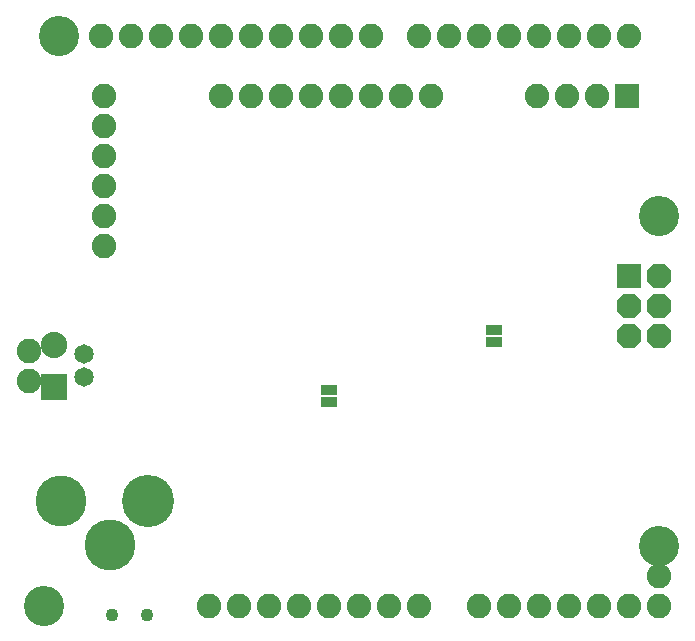
<source format=gbr>
G04 EAGLE Gerber RS-274X export*
G75*
%MOMM*%
%FSLAX34Y34*%
%LPD*%
%INSoldermask Bottom*%
%IPPOS*%
%AMOC8*
5,1,8,0,0,1.08239X$1,22.5*%
G01*
%ADD10R,2.082800X2.082800*%
%ADD11P,2.254402X8X292.500000*%
%ADD12C,2.082800*%
%ADD13C,3.403200*%
%ADD14R,1.473200X0.838200*%
%ADD15C,4.419200*%
%ADD16C,4.318000*%
%ADD17C,1.651000*%
%ADD18R,2.235200X2.235200*%
%ADD19C,2.235200*%
%ADD20C,1.103200*%


D10*
X520700Y304800D03*
D11*
X546100Y304800D03*
X520700Y279400D03*
X546100Y279400D03*
X520700Y254000D03*
X546100Y254000D03*
D12*
X215900Y25400D03*
X241300Y25400D03*
X266700Y25400D03*
X292100Y25400D03*
X317500Y25400D03*
X342900Y25400D03*
X393700Y25400D03*
X419100Y25400D03*
X444500Y25400D03*
X469900Y25400D03*
X495300Y25400D03*
X520700Y25400D03*
X520700Y508000D03*
X495300Y508000D03*
X469900Y508000D03*
X444500Y508000D03*
X419100Y508000D03*
X393700Y508000D03*
X368300Y508000D03*
X342900Y508000D03*
X302260Y508000D03*
X276860Y508000D03*
X251460Y508000D03*
X226060Y508000D03*
X200660Y508000D03*
X175260Y508000D03*
X149860Y508000D03*
X124460Y508000D03*
X99060Y508000D03*
X73660Y508000D03*
X190500Y25400D03*
X165100Y25400D03*
D13*
X38100Y508000D03*
X25400Y25400D03*
X546100Y76200D03*
X546100Y355600D03*
D12*
X546100Y25400D03*
X546100Y50800D03*
D10*
X519430Y457200D03*
D12*
X494030Y457200D03*
X468630Y457200D03*
X443230Y457200D03*
X302260Y457200D03*
X276860Y457200D03*
X251460Y457200D03*
X226060Y457200D03*
X200660Y457200D03*
X175260Y457200D03*
D14*
X266700Y198120D03*
X266700Y208280D03*
X406400Y248920D03*
X406400Y259080D03*
D12*
X327660Y457200D03*
X353060Y457200D03*
D15*
X113378Y114300D03*
D16*
X40170Y114046D03*
X81600Y76684D03*
D17*
X59690Y218600D03*
X59690Y238600D03*
D12*
X12700Y215900D03*
X12700Y241300D03*
D18*
X34290Y210820D03*
D19*
X34290Y245820D03*
D12*
X76200Y457200D03*
X76200Y431800D03*
X76200Y406400D03*
X76200Y381000D03*
X76200Y355600D03*
X76200Y330200D03*
D20*
X112790Y17780D03*
X82790Y17780D03*
M02*

</source>
